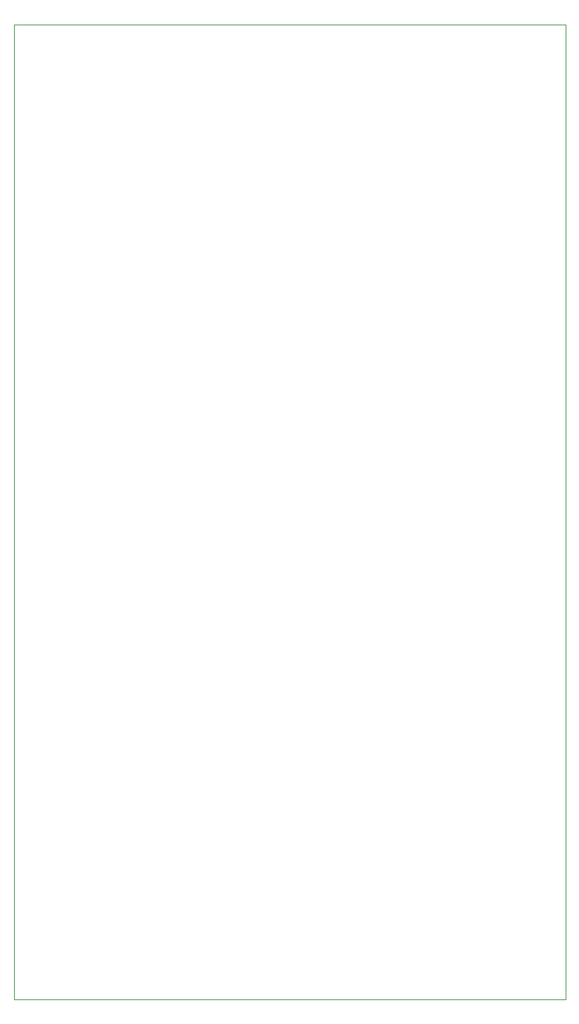
<source format=gbr>
%TF.GenerationSoftware,KiCad,Pcbnew,9.0.7*%
%TF.CreationDate,2026-02-05T13:43:52+01:00*%
%TF.ProjectId,led_bage,6c65645f-6261-4676-952e-6b696361645f,rev?*%
%TF.SameCoordinates,Original*%
%TF.FileFunction,Profile,NP*%
%FSLAX46Y46*%
G04 Gerber Fmt 4.6, Leading zero omitted, Abs format (unit mm)*
G04 Created by KiCad (PCBNEW 9.0.7) date 2026-02-05 13:43:52*
%MOMM*%
%LPD*%
G01*
G04 APERTURE LIST*
%TA.AperFunction,Profile*%
%ADD10C,0.050000*%
%TD*%
G04 APERTURE END LIST*
D10*
X141762500Y-17087500D02*
X208200000Y-17087500D01*
X208200000Y-134500000D01*
X141762500Y-134500000D01*
X141762500Y-17087500D01*
M02*

</source>
